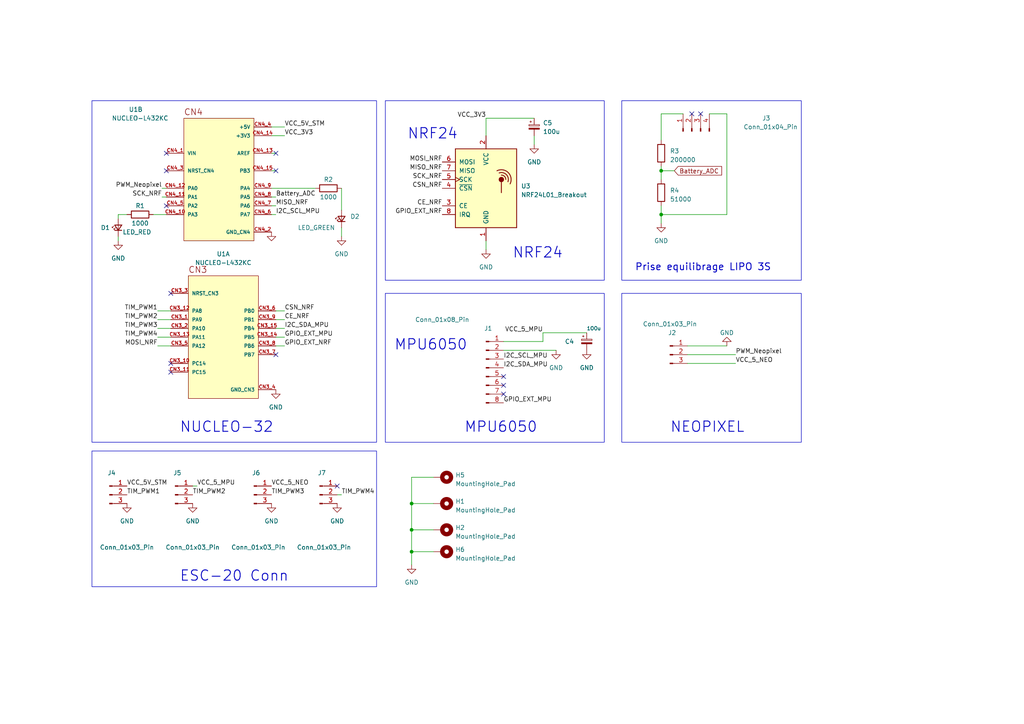
<source format=kicad_sch>
(kicad_sch (version 20230121) (generator eeschema)
  (paper "A4")
  (lib_symbols
    (symbol "Connector:Conn_01x03_Pin" (pin_names (offset 1.016) hide)
      (property "Reference" "J" (at 0 5.08 0))
      (property "Value" "Conn_01x03_Pin" (at 0 -5.08 0))
      (symbol "Conn_01x03_Pin_1_1"
        (polyline (pts (xy 1.27 -2.54) (xy 0.8636 -2.54)) (stroke (width 0.1524)))
        (polyline (pts (xy 1.27 0) (xy 0.8636 0)) (stroke (width 0.1524)))
        (polyline (pts (xy 1.27 2.54) (xy 0.8636 2.54)) (stroke (width 0.1524)))
        (rectangle (start 0.8636 -2.413) (end 0 -2.667) (stroke (width 0.1524)) (fill (type outline)))
        (rectangle (start 0.8636 0.127) (end 0 -0.127) (stroke (width 0.1524)) (fill (type outline)))
        (rectangle (start 0.8636 2.667) (end 0 2.413) (stroke (width 0.1524)) (fill (type outline)))
        (pin passive line (at 5.08 2.54 180) (length 3.81) (name "Pin_1") (number "1"))
        (pin passive line (at 5.08 0 180) (length 3.81) (name "Pin_2") (number "2"))
        (pin passive line (at 5.08 -2.54 180) (length 3.81) (name "Pin_3") (number "3"))
      )
    )
    (symbol "Connector:Conn_01x04_Pin" (pin_names (offset 1.016) hide)
      (property "Reference" "J" (at 0 5.08 0))
      (property "Value" "Conn_01x04_Pin" (at 0 -7.62 0))
      (symbol "Conn_01x04_Pin_1_1"
        (polyline (pts (xy 1.27 -5.08) (xy 0.8636 -5.08)) (stroke (width 0.1524)))
        (polyline (pts (xy 1.27 -2.54) (xy 0.8636 -2.54)) (stroke (width 0.1524)))
        (polyline (pts (xy 1.27 0) (xy 0.8636 0)) (stroke (width 0.1524)))
        (polyline (pts (xy 1.27 2.54) (xy 0.8636 2.54)) (stroke (width 0.1524)))
        (rectangle (start 0.8636 -4.953) (end 0 -5.207) (stroke (width 0.1524)) (fill (type outline)))
        (rectangle (start 0.8636 -2.413) (end 0 -2.667) (stroke (width 0.1524)) (fill (type outline)))
        (rectangle (start 0.8636 0.127) (end 0 -0.127) (stroke (width 0.1524)) (fill (type outline)))
        (rectangle (start 0.8636 2.667) (end 0 2.413) (stroke (width 0.1524)) (fill (type outline)))
        (pin passive line (at 5.08 2.54 180) (length 3.81) (name "Pin_1") (number "1"))
        (pin passive line (at 5.08 0 180) (length 3.81) (name "Pin_2") (number "2"))
        (pin passive line (at 5.08 -2.54 180) (length 3.81) (name "Pin_3") (number "3"))
        (pin passive line (at 5.08 -5.08 180) (length 3.81) (name "Pin_4") (number "4"))
      )
    )
    (symbol "Connector:Conn_01x08_Pin" (pin_names (offset 1.016) hide)
      (property "Reference" "J" (at 0 10.16 0))
      (property "Value" "Conn_01x08_Pin" (at 0 -12.7 0))
      (symbol "Conn_01x08_Pin_1_1"
        (polyline (pts (xy 1.27 -10.16) (xy 0.8636 -10.16)) (stroke (width 0.1524)))
        (polyline (pts (xy 1.27 -7.62) (xy 0.8636 -7.62)) (stroke (width 0.1524)))
        (polyline (pts (xy 1.27 -5.08) (xy 0.8636 -5.08)) (stroke (width 0.1524)))
        (polyline (pts (xy 1.27 -2.54) (xy 0.8636 -2.54)) (stroke (width 0.1524)))
        (polyline (pts (xy 1.27 0) (xy 0.8636 0)) (stroke (width 0.1524)))
        (polyline (pts (xy 1.27 2.54) (xy 0.8636 2.54)) (stroke (width 0.1524)))
        (polyline (pts (xy 1.27 5.08) (xy 0.8636 5.08)) (stroke (width 0.1524)))
        (polyline (pts (xy 1.27 7.62) (xy 0.8636 7.62)) (stroke (width 0.1524)))
        (rectangle (start 0.8636 -10.033) (end 0 -10.287) (stroke (width 0.1524)) (fill (type outline)))
        (rectangle (start 0.8636 -7.493) (end 0 -7.747) (stroke (width 0.1524)) (fill (type outline)))
        (rectangle (start 0.8636 -4.953) (end 0 -5.207) (stroke (width 0.1524)) (fill (type outline)))
        (rectangle (start 0.8636 -2.413) (end 0 -2.667) (stroke (width 0.1524)) (fill (type outline)))
        (rectangle (start 0.8636 0.127) (end 0 -0.127) (stroke (width 0.1524)) (fill (type outline)))
        (rectangle (start 0.8636 2.667) (end 0 2.413) (stroke (width 0.1524)) (fill (type outline)))
        (rectangle (start 0.8636 5.207) (end 0 4.953) (stroke (width 0.1524)) (fill (type outline)))
        (rectangle (start 0.8636 7.747) (end 0 7.493) (stroke (width 0.1524)) (fill (type outline)))
        (pin passive line (at 5.08 7.62 180) (length 3.81) (name "Pin_1") (number "1"))
        (pin passive line (at 5.08 5.08 180) (length 3.81) (name "Pin_2") (number "2"))
        (pin passive line (at 5.08 2.54 180) (length 3.81) (name "Pin_3") (number "3"))
        (pin passive line (at 5.08 0 180) (length 3.81) (name "Pin_4") (number "4"))
        (pin passive line (at 5.08 -2.54 180) (length 3.81) (name "Pin_5") (number "5"))
        (pin passive line (at 5.08 -5.08 180) (length 3.81) (name "Pin_6") (number "6"))
        (pin passive line (at 5.08 -7.62 180) (length 3.81) (name "Pin_7") (number "7"))
        (pin passive line (at 5.08 -10.16 180) (length 3.81) (name "Pin_8") (number "8"))
      )
    )
    (symbol "Device:C_Polarized_Small" (pin_numbers hide) (pin_names (offset 0.254) hide)
      (property "Reference" "C" (at 0.254 1.778 0))
      (property "Value" "C_Polarized_Small" (at 0.254 -2.032 0))
      (symbol "C_Polarized_Small_0_1"
        (rectangle (start -1.524 -0.3048) (end 1.524 -0.6858) (fill (type outline)))
        (rectangle (start -1.524 0.6858) (end 1.524 0.3048))
        (polyline (pts (xy -1.27 1.524) (xy -0.762 1.524)))
        (polyline (pts (xy -1.016 1.27) (xy -1.016 1.778)))
      )
      (symbol "C_Polarized_Small_1_1"
        (pin passive line (at 0 2.54 270) (length 1.8542) (name "~") (number "1"))
        (pin passive line (at 0 -2.54 90) (length 1.8542) (name "~") (number "2"))
      )
    )
    (symbol "Device:LED_Small" (pin_numbers hide) (pin_names (offset 0.254) hide)
      (property "Reference" "D" (at -1.27 3.175 0))
      (property "Value" "LED_Small" (at -4.445 -2.54 0))
      (symbol "LED_Small_0_1"
        (polyline (pts (xy -0.762 -1.016) (xy -0.762 1.016)) (stroke (width 0.254)))
        (polyline (pts (xy 1.016 0) (xy -0.762 0)))
        (polyline (pts (xy 0.762 -1.016) (xy -0.762 0) (xy 0.762 1.016) (xy 0.762 -1.016)) (stroke (width 0.254)))
        (polyline (pts (xy 0 0.762) (xy -0.508 1.27) (xy -0.254 1.27) (xy -0.508 1.27) (xy -0.508 1.016)))
        (polyline (pts (xy 0.508 1.27) (xy 0 1.778) (xy 0.254 1.778) (xy 0 1.778) (xy 0 1.524)))
      )
      (symbol "LED_Small_1_1"
        (pin passive line (at -2.54 0 0) (length 1.778) (name "K") (number "1"))
        (pin passive line (at 2.54 0 180) (length 1.778) (name "A") (number "2"))
      )
    )
    (symbol "Device:R" (pin_numbers hide) (pin_names (offset 0))
      (property "Reference" "R" (at 2.032 0 90))
      (property "Value" "R" (at 0 0 90))
      (symbol "R_0_1"
        (rectangle (start -1.016 -2.54) (end 1.016 2.54) (stroke (width 0.254)))
      )
      (symbol "R_1_1"
        (pin passive line (at 0 3.81 270) (length 1.27) (name "~") (number "1"))
        (pin passive line (at 0 -3.81 90) (length 1.27) (name "~") (number "2"))
      )
    )
    (symbol "Mechanical:MountingHole_Pad" (pin_numbers hide) (pin_names (offset 1.016) hide)
      (property "Reference" "H" (at 0 6.35 0))
      (property "Value" "MountingHole_Pad" (at 0 4.445 0))
      (symbol "MountingHole_Pad_0_1"
        (circle (center 0 1.27) (radius 1.27) (stroke (width 1.27)))
      )
      (symbol "MountingHole_Pad_1_1"
        (pin input line (at 0 -2.54 90) (length 2.54) (name "1") (number "1"))
      )
    )
    (symbol "NUCLEO-L432KC:NUCLEO-L432KC" (pin_names (offset 1.016))
      (property "Reference" "U" (at -10.16 21.082 0))
      (property "Value" "NUCLEO-L432KC" (at -10.16 -20.32 0))
      (symbol "NUCLEO-L432KC_1_0"
        (rectangle (start -10.16 -17.78) (end 10.16 17.78) (stroke (width 0.1524)) (fill (type background)))
        (text "CN3" (at -10.16 18.542 0) (effects (font (size 1.778 1.778)) (justify left bottom)))
        (pin bidirectional line (at -15.24 5.08 0) (length 5.08) (name "PA9") (number "CN3_1"))
        (pin bidirectional line (at -15.24 -7.62 0) (length 5.08) (name "PC14") (number "CN3_10"))
        (pin bidirectional line (at -15.24 -10.16 0) (length 5.08) (name "PC15") (number "CN3_11"))
        (pin bidirectional line (at -15.24 7.62 0) (length 5.08) (name "PA8") (number "CN3_12"))
        (pin bidirectional line (at -15.24 0 0) (length 5.08) (name "PA11") (number "CN3_13"))
        (pin bidirectional line (at 15.24 0 180) (length 5.08) (name "PB5") (number "CN3_14"))
        (pin bidirectional line (at 15.24 2.54 180) (length 5.08) (name "PB4") (number "CN3_15"))
        (pin bidirectional line (at -15.24 2.54 0) (length 5.08) (name "PA10") (number "CN3_2"))
        (pin bidirectional line (at -15.24 12.7 0) (length 5.08) (name "NRST_CN3") (number "CN3_3"))
        (pin power_in line (at 15.24 -15.24 180) (length 5.08) (name "GND_CN3") (number "CN3_4"))
        (pin bidirectional line (at -15.24 -2.54 0) (length 5.08) (name "PA12") (number "CN3_5"))
        (pin bidirectional line (at 15.24 7.62 180) (length 5.08) (name "PB0") (number "CN3_6"))
        (pin bidirectional line (at 15.24 -5.08 180) (length 5.08) (name "PB7") (number "CN3_7"))
        (pin bidirectional line (at 15.24 -2.54 180) (length 5.08) (name "PB6") (number "CN3_8"))
        (pin bidirectional line (at 15.24 5.08 180) (length 5.08) (name "PB1") (number "CN3_9"))
      )
      (symbol "NUCLEO-L432KC_2_0"
        (rectangle (start -10.16 -17.78) (end 10.16 17.78) (stroke (width 0.1524)) (fill (type background)))
        (text "CN4" (at -10.16 18.542 0) (effects (font (size 1.778 1.778)) (justify left bottom)))
        (pin input line (at -15.24 7.62 0) (length 5.08) (name "VIN") (number "CN4_1"))
        (pin bidirectional line (at -15.24 -10.16 0) (length 5.08) (name "PA3") (number "CN4_10"))
        (pin bidirectional line (at -15.24 -5.08 0) (length 5.08) (name "PA1") (number "CN4_11"))
        (pin bidirectional line (at -15.24 -2.54 0) (length 5.08) (name "PA0") (number "CN4_12"))
        (pin bidirectional line (at 15.24 7.62 180) (length 5.08) (name "AREF") (number "CN4_13"))
        (pin power_in line (at 15.24 12.7 180) (length 5.08) (name "+3V3") (number "CN4_14"))
        (pin bidirectional line (at 15.24 2.54 180) (length 5.08) (name "PB3") (number "CN4_15"))
        (pin power_in line (at 15.24 -15.24 180) (length 5.08) (name "GND_CN4") (number "CN4_2"))
        (pin bidirectional line (at -15.24 2.54 0) (length 5.08) (name "NRST_CN4") (number "CN4_3"))
        (pin power_in line (at 15.24 15.24 180) (length 5.08) (name "+5V") (number "CN4_4"))
        (pin bidirectional line (at -15.24 -7.62 0) (length 5.08) (name "PA2") (number "CN4_5"))
        (pin bidirectional line (at 15.24 -10.16 180) (length 5.08) (name "PA7") (number "CN4_6"))
        (pin bidirectional line (at 15.24 -7.62 180) (length 5.08) (name "PA6") (number "CN4_7"))
        (pin bidirectional line (at 15.24 -5.08 180) (length 5.08) (name "PA5") (number "CN4_8"))
        (pin bidirectional line (at 15.24 -2.54 180) (length 5.08) (name "PA4") (number "CN4_9"))
      )
    )
    (symbol "RF:NRF24L01_Breakout" (pin_names (offset 1.016))
      (property "Reference" "U" (at -8.89 12.7 0))
      (property "Value" "NRF24L01_Breakout" (at 3.81 12.7 0))
      (symbol "NRF24L01_Breakout_0_1"
        (rectangle (start -8.89 11.43) (end 8.89 -11.43) (stroke (width 0.254)) (fill (type background)))
        (polyline (pts (xy 4.445 1.905) (xy 4.445 -1.27)) (stroke (width 0.254)))
        (circle (center 4.445 2.54) (radius 0.635) (stroke (width 0.254)) (fill (type outline)))
        (arc (start 5.715 2.54) (mid 5.3521 3.4546) (end 4.445 3.81) (stroke (width 0.254)))
        (arc (start 6.35 1.905) (mid 5.8763 3.9854) (end 3.81 4.445) (stroke (width 0.254)))
        (arc (start 6.985 1.27) (mid 6.453 4.548) (end 3.175 5.08) (stroke (width 0.254)))
      )
      (symbol "NRF24L01_Breakout_1_1"
        (pin power_in line (at 0 -15.24 90) (length 3.81) (name "GND") (number "1"))
        (pin power_in line (at 0 15.24 270) (length 3.81) (name "VCC") (number "2"))
        (pin input line (at -12.7 -5.08 0) (length 3.81) (name "CE") (number "3"))
        (pin input line (at -12.7 0 0) (length 3.81) (name "~{CSN}") (number "4"))
        (pin input clock (at -12.7 2.54 0) (length 3.81) (name "SCK") (number "5"))
        (pin input line (at -12.7 7.62 0) (length 3.81) (name "MOSI") (number "6"))
        (pin output line (at -12.7 5.08 0) (length 3.81) (name "MISO") (number "7"))
        (pin output line (at -12.7 -7.62 0) (length 3.81) (name "IRQ") (number "8"))
      )
    )
    (symbol "power:GND" (power) (pin_names (offset 0))
      (property "Value" "GND" (at 0 -3.81 0))
      (symbol "GND_0_1"
        (polyline (pts (xy 0 0) (xy 0 -1.27) (xy 1.27 -1.27) (xy 0 -2.54) (xy -1.27 -1.27) (xy 0 -1.27)))
      )
      (symbol "GND_1_1"
        (pin power_in line (at 0 0 270) (length 0) hide (name "GND") (number "1"))
      )
    )
  )
  (junction (at 119.38 146.05))
  (junction (at 119.38 153.67))
  (junction (at 119.38 160.02))
  (junction (at 191.77 62.23))
  (junction (at 191.77 49.53))
  (no_connect (at 48.26 59.69))
  (no_connect (at 97.79 140.97))
  (no_connect (at 80.01 49.53))
  (no_connect (at 48.26 49.53))
  (no_connect (at 48.26 44.45))
  (no_connect (at 146.05 111.76))
  (no_connect (at 80.01 44.45))
  (no_connect (at 200.66 33.02))
  (no_connect (at 146.05 109.22))
  (no_connect (at 80.01 102.87))
  (no_connect (at 49.53 107.95))
  (no_connect (at 49.53 85.09))
  (no_connect (at 203.2 33.02))
  (no_connect (at 146.05 114.3))
  (no_connect (at 49.53 105.41))
  (wire (pts (xy 119.38 160.02) (xy 119.38 163.83)))
  (wire (pts (xy 82.55 92.71) (xy 80.01 92.71)))
  (wire (pts (xy 119.38 153.67) (xy 119.38 160.02)))
  (wire (pts (xy 119.38 138.43) (xy 119.38 146.05)))
  (wire (pts (xy 146.05 101.6) (xy 161.29 101.6)))
  (wire (pts (xy 154.94 41.91) (xy 154.94 39.37)))
  (wire (pts (xy 82.55 95.25) (xy 80.01 95.25)))
  (wire (pts (xy 199.39 102.87) (xy 213.36 102.87)))
  (wire (pts (xy 34.29 62.23) (xy 34.29 63.5)))
  (wire (pts (xy 210.82 33.02) (xy 210.82 62.23)))
  (wire (pts (xy 80.01 49.53) (xy 78.74 49.53)))
  (wire (pts (xy 157.48 96.52) (xy 170.18 96.52)))
  (wire (pts (xy 199.39 105.41) (xy 213.36 105.41)))
  (wire (pts (xy 80.01 59.69) (xy 78.74 59.69)))
  (wire (pts (xy 82.55 90.17) (xy 80.01 90.17)))
  (wire (pts (xy 191.77 48.26) (xy 191.77 49.53)))
  (wire (pts (xy 210.82 62.23) (xy 191.77 62.23)))
  (wire (pts (xy 191.77 49.53) (xy 191.77 52.07)))
  (wire (pts (xy 191.77 40.64) (xy 191.77 33.02)))
  (wire (pts (xy 99.06 66.04) (xy 99.06 68.58)))
  (wire (pts (xy 44.45 62.23) (xy 48.26 62.23)))
  (wire (pts (xy 45.72 90.17) (xy 49.53 90.17)))
  (wire (pts (xy 119.38 138.43) (xy 125.73 138.43)))
  (wire (pts (xy 140.97 72.39) (xy 140.97 69.85)))
  (wire (pts (xy 140.97 34.29) (xy 140.97 39.37)))
  (wire (pts (xy 191.77 64.77) (xy 191.77 62.23)))
  (wire (pts (xy 195.58 49.53) (xy 191.77 49.53)))
  (wire (pts (xy 34.29 62.23) (xy 36.83 62.23)))
  (wire (pts (xy 82.55 97.79) (xy 80.01 97.79)))
  (wire (pts (xy 55.88 140.97) (xy 57.15 140.97)))
  (wire (pts (xy 157.48 96.52) (xy 157.48 99.06)))
  (wire (pts (xy 45.72 97.79) (xy 49.53 97.79)))
  (wire (pts (xy 119.38 153.67) (xy 125.73 153.67)))
  (wire (pts (xy 45.72 92.71) (xy 49.53 92.71)))
  (wire (pts (xy 146.05 99.06) (xy 157.48 99.06)))
  (wire (pts (xy 99.06 143.51) (xy 97.79 143.51)))
  (wire (pts (xy 82.55 39.37) (xy 78.74 39.37)))
  (wire (pts (xy 154.94 34.29) (xy 140.97 34.29)))
  (wire (pts (xy 80.01 62.23) (xy 78.74 62.23)))
  (wire (pts (xy 119.38 146.05) (xy 119.38 153.67)))
  (wire (pts (xy 99.06 54.61) (xy 99.06 60.96)))
  (wire (pts (xy 34.29 69.85) (xy 34.29 68.58)))
  (wire (pts (xy 119.38 160.02) (xy 125.73 160.02)))
  (wire (pts (xy 191.77 62.23) (xy 191.77 59.69)))
  (wire (pts (xy 46.99 54.61) (xy 48.26 54.61)))
  (wire (pts (xy 80.01 100.33) (xy 82.55 100.33)))
  (wire (pts (xy 45.72 95.25) (xy 49.53 95.25)))
  (wire (pts (xy 80.01 44.45) (xy 78.74 44.45)))
  (wire (pts (xy 205.74 33.02) (xy 210.82 33.02)))
  (wire (pts (xy 82.55 36.83) (xy 78.74 36.83)))
  (wire (pts (xy 46.99 57.15) (xy 48.26 57.15)))
  (wire (pts (xy 191.77 33.02) (xy 198.12 33.02)))
  (wire (pts (xy 199.39 100.33) (xy 210.82 100.33)))
  (wire (pts (xy 119.38 146.05) (xy 125.73 146.05)))
  (wire (pts (xy 78.74 54.61) (xy 91.44 54.61)))
  (wire (pts (xy 45.72 100.33) (xy 49.53 100.33)))
  (wire (pts (xy 80.01 57.15) (xy 78.74 57.15)))
  (rectangle (start 180.34 29.21) (end 232.41 81.28))
  (rectangle (start 180.34 85.09) (end 232.41 128.27))
  (rectangle (start 111.76 85.09) (end 175.26 128.27))
  (rectangle (start 26.67 130.81) (end 109.22 170.18))
  (rectangle (start 26.67 29.21) (end 109.22 128.27))
  (rectangle (start 111.76 29.21) (end 175.26 81.28))
  (text "NRF24" (at 118.11 40.64 0) (effects (font (size 3 3) (thickness 0.254) bold) (justify left bottom)))
  (text "NUCLEO-32\n" (at 52.07 125.73 0) (effects (font (size 3 3) (thickness 0.254) bold) (justify left bottom)))
  (text "NEOPIXEL" (at 194.31 125.73 0) (effects (font (size 3 3) (thickness 0.254) bold) (justify left bottom)))
  (text "MPU6050\n" (at 134.62 125.73 0) (effects (font (size 3 3) (thickness 0.254) bold) (justify left bottom)))
  (text "ESC-20 Conn" (at 52.07 168.91 0) (effects (font (size 3 3) (thickness 0.254) bold) (justify left bottom)))
  (text "NRF24\n\n" (at 148.59 80.01 0) (effects (font (size 3 3) (thickness 0.254) bold) (justify left bottom)))
  (text "MPU6050\n\n" (at 114.3 106.68 0) (effects (font (size 3 3) (thickness 0.254) bold) (justify left bottom)))
  (text "Prise equilibrage LIPO 3S" (at 184.15 78.74 0) (effects (font (size 2 2) (thickness 0.254) bold) (justify left bottom)))
  (label "CE_NRF" (at 82.55 92.71 0))
  (label "VCC_3V3" (at 140.97 34.29 180))
  (label "I2C_SDA_MPU" (at 146.05 106.68 0))
  (label "SCK_NRF" (at 46.99 57.15 180))
  (label "VCC_5V_STM" (at 36.83 140.97 0))
  (label "TIM_PWM1" (at 45.72 90.17 180))
  (label "TIM_PWM3" (at 78.74 143.51 0))
  (label "MISO_NRF" (at 128.27 49.53 180))
  (label "VCC_5_NEO" (at 78.74 140.97 0))
  (label "PWM_Neopixel" (at 213.36 102.87 0))
  (label "SCK_NRF" (at 128.27 52.07 180))
  (label "VCC_5_MPU" (at 157.48 96.52 180))
  (label "VCC_5_NEO" (at 213.36 105.41 0))
  (label "MISO_NRF" (at 80.01 59.69 0))
  (label "I2C_SCL_MPU" (at 80.01 62.23 0))
  (label "GPIO_EXT_NRF" (at 128.27 62.23 180))
  (label "TIM_PWM1" (at 36.83 143.51 0))
  (label "GPIO_EXT_MPU" (at 146.05 116.84 0))
  (label "MOSI_NRF" (at 128.27 46.99 180))
  (label "TIM_PWM4" (at 99.06 143.51 0))
  (label "VCC_5V_STM" (at 82.55 36.83 0))
  (label "Battery_ADC" (at 80.01 57.15 0))
  (label "CE_NRF" (at 128.27 59.69 180))
  (label "CSN_NRF" (at 128.27 54.61 180))
  (label "TIM_PWM4" (at 45.72 97.79 180))
  (label "I2C_SCL_MPU" (at 146.05 104.14 0))
  (label "GPIO_EXT_NRF" (at 82.55 100.33 0))
  (label "VCC_5_MPU" (at 57.15 140.97 0))
  (label "TIM_PWM2" (at 55.88 143.51 0))
  (label "PWM_Neopixel" (at 46.99 54.61 180))
  (label "I2C_SDA_MPU" (at 82.55 95.25 0))
  (label "GPIO_EXT_MPU" (at 82.55 97.79 0))
  (label "TIM_PWM3" (at 45.72 95.25 180))
  (label "VCC_3V3" (at 82.55 39.37 0))
  (label "CSN_NRF" (at 82.55 90.17 0))
  (label "TIM_PWM2" (at 45.72 92.71 180))
  (label "MOSI_NRF" (at 45.72 100.33 180))
  (global_label "Battery_ADC" (shape input) (at 195.58 49.53 0) (property "Intersheetrefs" "${INTERSHEET_REFS}" (effects hide)))
  (symbol (lib_id "Device:R") (at 191.77 55.88 0) (unit 1)
    (property "Reference" "R4" (at 194.31 55.245 0) (effects (justify left)))
    (property "Value" "51000" (at 194.31 57.785 0) (effects (justify left)))
  )
  (symbol (lib_id "Device:R") (at 40.64 62.23 270) (unit 1)
    (property "Reference" "R1" (at 40.64 59.69 90))
    (property "Value" "1000" (at 40.64 64.77 90))
  )
  (symbol (lib_id "Device:R") (at 191.77 44.45 0) (unit 1)
    (property "Reference" "R3" (at 194.31 43.815 0) (effects (justify left)))
    (property "Value" "200000" (at 194.31 46.355 0) (effects (justify left)))
  )
  (symbol (lib_id "Mechanical:MountingHole_Pad") (at 128.27 146.05 270) (unit 1)
    (property "Reference" "H1" (at 132.08 145.415 90) (effects (justify left)))
    (property "Value" "MountingHole_Pad" (at 132.08 147.955 90) (effects (justify left)))
    (property "Footprint" "MountingHole:MountingHole_3.2mm_M3_Pad_Via" (effects hide))
  )
  (symbol (lib_id "power:GND") (at 78.74 67.31 0) (unit 1)
    (property "Reference" "#PWR01" (effects hide))
    (property "Value" "GND" (effects hide))
  )
  (symbol (lib_id "Device:C_Polarized_Small") (at 154.94 36.83 0) (unit 1)
    (property "Reference" "C5" (at 157.48 35.6489 0) (effects (justify left)))
    (property "Value" "100u" (at 157.48 38.1889 0) (effects (justify left)))
  )
  (symbol (lib_id "power:GND") (at 140.97 72.39 0) (unit 1)
    (property "Reference" "#PWR03" (effects hide))
    (property "Value" "GND" (at 140.97 77.47 0))
  )
  (symbol (lib_id "Connector:Conn_01x03_Pin") (at 31.75 143.51 0) (unit 1) (on_board no)
    (property "Reference" "J4" (at 32.385 137.16 0))
    (property "Value" "Conn_01x03_Pin" (at 36.83 158.75 0))
    (property "Footprint" "Connector_PinHeader_2.54mm:PinHeader_1x03_P2.54mm_Vertical" (effects hide))
  )
  (symbol (lib_id "Device:LED_Small") (at 34.29 66.04 90) (unit 1)
    (property "Reference" "D1" (at 29.21 66.04 90) (effects (justify right)))
    (property "Value" "LED_RED" (at 35.56 67.31 90) (effects (justify right)))
  )
  (symbol (lib_id "power:GND") (at 34.29 69.85 0) (unit 1)
    (property "Reference" "#PWR012" (effects hide))
    (property "Value" "GND" (at 34.29 74.93 0))
  )
  (symbol (lib_id "NUCLEO-L432KC:NUCLEO-L432KC") (at 63.5 52.07 0) (unit 2)
    (property "Reference" "U1" (at 39.37 31.75 0))
    (property "Value" "NUCLEO-L432KC" (at 40.64 34.29 0))
    (property "Footprint" "NUCLEO-L432KC:MODULE_NUCLEO-L432KC" (effects hide))
    (property "STANDARD" "Manufacturer Recommendations" (effects hide))
    (property "MANUFACTURER" "ST Microelectronics" (effects hide))
    (property "MAXIMUM_PACKAGE_HEIGHT" "N/A" (effects hide))
    (property "PARTREV" "N/A" (effects hide))
  )
  (symbol (lib_id "Connector:Conn_01x03_Pin") (at 194.31 102.87 0) (unit 1)
    (property "Reference" "J2" (at 194.945 96.52 0))
    (property "Value" "Conn_01x03_Pin" (at 194.31 93.98 0))
    (property "Footprint" "Connector_PinHeader_2.54mm:PinHeader_1x03_P2.54mm_Vertical" (effects hide))
  )
  (symbol (lib_id "power:GND") (at 36.83 146.05 0) (unit 1)
    (property "Reference" "#PWR05" (effects hide))
    (property "Value" "GND" (at 36.83 151.13 0))
  )
  (symbol (lib_id "Mechanical:MountingHole_Pad") (at 128.27 138.43 270) (unit 1)
    (property "Reference" "H5" (at 132.08 137.795 90) (effects (justify left)))
    (property "Value" "MountingHole_Pad" (at 132.08 140.335 90) (effects (justify left)))
    (property "Footprint" "MountingHole:MountingHole_3.2mm_M3_Pad_Via" (effects hide))
  )
  (symbol (lib_id "power:GND") (at 80.01 113.03 0) (unit 1)
    (property "Reference" "#PWR02" (effects hide))
    (property "Value" "GND" (at 80.01 118.11 0))
  )
  (symbol (lib_id "Mechanical:MountingHole_Pad") (at 128.27 153.67 270) (unit 1)
    (property "Reference" "H2" (at 132.08 153.035 90) (effects (justify left)))
    (property "Value" "MountingHole_Pad" (at 132.08 155.575 90) (effects (justify left)))
    (property "Footprint" "MountingHole:MountingHole_3.2mm_M3_Pad_Via" (effects hide))
  )
  (symbol (lib_id "Connector:Conn_01x03_Pin") (at 92.71 143.51 0) (unit 1)
    (property "Reference" "J7" (at 93.345 137.16 0))
    (property "Value" "Conn_01x03_Pin" (at 93.98 158.75 0))
    (property "Footprint" "Connector_PinHeader_2.54mm:PinHeader_1x03_P2.54mm_Vertical" (effects hide))
  )
  (symbol (lib_id "Device:R") (at 95.25 54.61 90) (unit 1)
    (property "Reference" "R2" (at 95.25 52.07 90))
    (property "Value" "1000" (at 95.25 57.15 90))
  )
  (symbol (lib_id "Connector:Conn_01x03_Pin") (at 73.66 143.51 0) (unit 1)
    (property "Reference" "J6" (at 74.295 137.16 0))
    (property "Value" "Conn_01x03_Pin" (at 74.93 158.75 0))
    (property "Footprint" "Connector_PinHeader_2.54mm:PinHeader_1x03_P2.54mm_Vertical" (effects hide))
  )
  (symbol (lib_id "power:GND") (at 97.79 146.05 0) (unit 1)
    (property "Reference" "#PWR08" (effects hide))
    (property "Value" "GND" (at 97.79 151.13 0))
  )
  (symbol (lib_id "Device:C_Polarized_Small") (at 170.18 99.06 0) (unit 1)
    (property "Reference" "C4" (at 163.83 99.06 0) (effects (justify left)))
    (property "Value" "1OOu" (at 170.18 95.25 0) (effects (font (size 1 1)) (justify left)))
  )
  (symbol (lib_id "RF:NRF24L01_Breakout") (at 140.97 54.61 0) (unit 1)
    (property "Reference" "U3" (at 151.13 53.975 0) (effects (justify left)))
    (property "Value" "NRF24L01_Breakout" (at 151.13 56.515 0) (effects (justify left)))
    (property "Footprint" "RF_Module:nRF24L01_Breakout" (effects hide))
    (property "Datasheet" "http://www.nordicsemi.com/eng/content/download/2730/34105/file/nRF24L01_Product_Specification_v2_0.pdf" (effects hide))
  )
  (symbol (lib_id "Device:LED_Small") (at 99.06 63.5 90) (unit 1)
    (property "Reference" "D2" (at 101.6 62.8015 90) (effects (justify right)))
    (property "Value" "LED_GREEN" (at 86.36 66.04 90) (effects (justify right)))
  )
  (symbol (lib_id "Mechanical:MountingHole_Pad") (at 128.27 160.02 270) (unit 1)
    (property "Reference" "H6" (at 132.08 159.385 90) (effects (justify left)))
    (property "Value" "MountingHole_Pad" (at 132.08 161.925 90) (effects (justify left)))
    (property "Footprint" "MountingHole:MountingHole_3.2mm_M3_Pad_Via" (effects hide))
  )
  (symbol (lib_id "NUCLEO-L432KC:NUCLEO-L432KC") (at 64.77 97.79 0) (unit 1)
    (property "Reference" "U1" (at 64.77 73.66 0))
    (property "Value" "NUCLEO-L432KC" (at 64.77 76.2 0))
    (property "Footprint" "NUCLEO-L432KC:MODULE_NUCLEO-L432KC" (effects hide))
    (property "STANDARD" "Manufacturer Recommendations" (effects hide))
    (property "MANUFACTURER" "ST Microelectronics" (effects hide))
    (property "MAXIMUM_PACKAGE_HEIGHT" "N/A" (effects hide))
    (property "PARTREV" "N/A" (effects hide))
  )
  (symbol (lib_id "power:GND") (at 170.18 101.6 0) (unit 1)
    (property "Reference" "#PWR015" (effects hide))
    (property "Value" "GND" (at 170.18 106.68 0))
  )
  (symbol (lib_id "Connector:Conn_01x04_Pin") (at 200.66 38.1 90) (unit 1)
    (property "Reference" "J3" (at 222.25 34.29 90))
    (property "Value" "Conn_01x04_Pin" (at 223.52 36.83 90))
    (property "Footprint" "Connector_JST:JST_XH_B4B-XH-A_1x04_P2.50mm_Vertical" (effects hide))
  )
  (symbol (lib_id "Connector:Conn_01x08_Pin") (at 140.97 106.68 0) (unit 1)
    (property "Reference" "J1" (at 141.605 95.25 0))
    (property "Value" "Conn_01x08_Pin" (at 128.27 92.71 0))
    (property "Footprint" "Connector_PinHeader_2.54mm:PinHeader_1x08_P2.54mm_Vertical" (effects hide))
  )
  (symbol (lib_id "power:GND") (at 191.77 64.77 0) (unit 1)
    (property "Reference" "#PWR011" (effects hide))
    (property "Value" "GND" (at 191.77 69.85 0))
  )
  (symbol (lib_id "power:GND") (at 210.82 100.33 180) (unit 1)
    (property "Reference" "#PWR04" (effects hide))
    (property "Value" "GND" (at 210.82 96.52 0))
  )
  (symbol (lib_id "power:GND") (at 154.94 41.91 0) (unit 1)
    (property "Reference" "#PWR014" (effects hide))
    (property "Value" "GND" (at 154.94 46.99 0))
  )
  (symbol (lib_id "power:GND") (at 78.74 146.05 0) (unit 1)
    (property "Reference" "#PWR07" (effects hide))
    (property "Value" "GND" (at 78.74 151.13 0))
  )
  (symbol (lib_id "power:GND") (at 55.88 146.05 0) (unit 1)
    (property "Reference" "#PWR06" (effects hide))
    (property "Value" "GND" (at 55.88 151.13 0))
  )
  (symbol (lib_id "power:GND") (at 161.29 101.6 0) (unit 1)
    (property "Reference" "#PWR09" (effects hide))
    (property "Value" "GND" (at 161.29 106.68 0))
  )
  (symbol (lib_id "power:GND") (at 99.06 68.58 0) (unit 1)
    (property "Reference" "#PWR013" (effects hide))
    (property "Value" "GND" (at 99.06 73.66 0))
  )
  (symbol (lib_id "power:GND") (at 119.38 163.83 0) (unit 1)
    (property "Reference" "#PWR010" (effects hide))
    (property "Value" "GND" (at 119.38 168.91 0))
  )
  (symbol (lib_id "Connector:Conn_01x03_Pin") (at 50.8 143.51 0) (unit 1)
    (property "Reference" "J5" (at 51.435 137.16 0))
    (property "Value" "Conn_01x03_Pin" (at 55.88 158.75 0))
    (property "Footprint" "Connector_PinHeader_2.54mm:PinHeader_1x03_P2.54mm_Vertical" (effects hide))
  )
)
</source>
